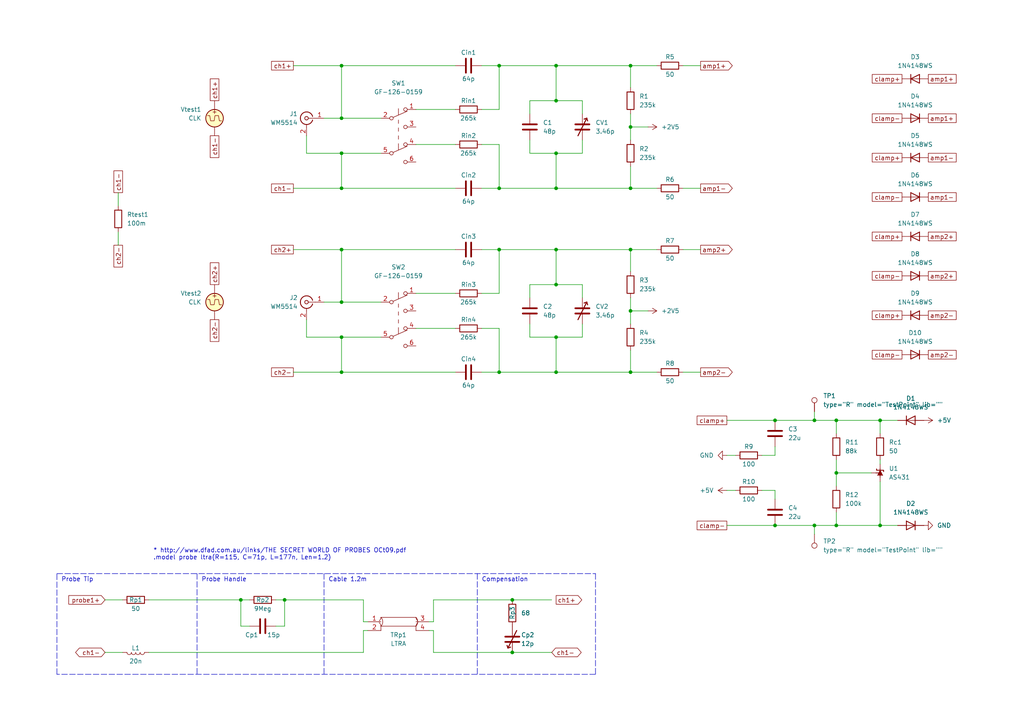
<source format=kicad_sch>
(kicad_sch (version 20211123) (generator eeschema)
  (paper "A4")
  (title_block (title "Analog Frontend") (date "2022-10-12"))
  (lib_symbols
    (symbol "Connector:Conn_Coaxial" (pin_names (offset 1.016) hide)
      (property "Reference" "J" (at 0.254 3.048 0))
      (property "Value" "Conn_Coaxial" (at 2.921 0 90))
      (symbol "Conn_Coaxial_1_1"
        (pin passive line (at -5.08 0 0) (length 2.54) (name "In") (number "1"))
        (pin passive line (at 0 -5.08 90) (length 2.54) (name "Ext") (number "2"))
      )
    )
    (symbol "Connector:TestPoint" (pin_numbers hide) (pin_names (offset 0.762) hide)
      (property "Reference" "TP" (at 0 6.858 0))
      (property "Value" "TestPoint" (at 0 5.08 0))
      (symbol "TestPoint_1_1"
        (pin passive line (at 0 0 90) (length 2.54) (name "1") (number "1"))
      )
    )
    (symbol "Device:C" (pin_numbers hide) (pin_names (offset 0.254))
      (property "Reference" "C" (at 0.635 2.54 0))
      (property "Value" "C" (at 0.635 -2.54 0))
      (symbol "C_1_1"
        (pin passive line (at 0 3.81 270) (length 2.794) (name "~") (number "1"))
        (pin passive line (at 0 -3.81 90) (length 2.794) (name "~") (number "2"))
      )
    )
    (symbol "Device:C_Variable" (pin_numbers hide) (pin_names (offset 0.254) hide)
      (property "Reference" "C" (at 0.635 -1.905 0))
      (property "Value" "C_Variable" (at 0.635 -3.81 0))
      (symbol "C_Variable_1_1"
        (pin passive line (at 0 3.81 270) (length 3.048) (name "~") (number "1"))
        (pin passive line (at 0 -3.81 90) (length 3.048) (name "~") (number "2"))
      )
    )
    (symbol "Device:GDT_3Pin" (pin_numbers hide)
      (property "Reference" "GD" (at 5.08 0 90))
      (property "Value" "GDT_3Pin" (at 7.62 0 90))
      (symbol "GDT_3Pin_1_1"
        (pin passive line (at 0 -5.08 90) (length 2.54) (name "~") (number "1"))
        (pin passive line (at -5.08 0 0) (length 2.54) (name "~") (number "2"))
        (pin passive line (at 0 5.08 270) (length 2.54) (name "~") (number "3"))
      )
    )
    (symbol "Device:L" (pin_numbers hide) (pin_names (offset 1.016) hide)
      (property "Reference" "L" (at -1.27 0 90))
      (property "Value" "L" (at 1.905 0 90))
      (symbol "L_1_1"
        (pin passive line (at 0 3.81 270) (length 1.27) (name "1") (number "1"))
        (pin passive line (at 0 -3.81 90) (length 1.27) (name "2") (number "2"))
      )
    )
    (symbol "Device:R" (pin_numbers hide) (pin_names (offset 0))
      (property "Reference" "R" (at 2.032 0 90))
      (property "Value" "R" (at 0 0 90))
      (symbol "R_1_1"
        (pin passive line (at 0 3.81 270) (length 1.27) (name "~") (number "1"))
        (pin passive line (at 0 -3.81 90) (length 1.27) (name "~") (number "2"))
      )
    )
    (symbol "Diode:1N4148WS" (pin_numbers hide) (pin_names (offset 1.016) hide)
      (property "Reference" "D" (at 0 2.54 0))
      (property "Value" "1N4148WS" (at 0 -2.54 0))
      (symbol "1N4148WS_1_1"
        (pin passive line (at -3.81 0 0) (length 2.54) (name "K") (number "1"))
        (pin passive line (at 3.81 0 180) (length 2.54) (name "A") (number "2"))
      )
    )
    (symbol "Library:AS431" (pin_numbers hide) (pin_names hide)
      (property "Reference" "U" (at 0 -2.54 0))
      (property "Value" "AS431" (at 0 -4.445 0))
      (symbol "AS431_1_1"
        (pin passive line (at 0 2.54 270) (length 2.54) (name "REF") (number "1"))
        (pin passive line (at -2.54 0 0) (length 2.54) (name "A") (number "2"))
        (pin passive line (at 2.54 0 180) (length 2.54) (name "K") (number "3"))
      )
    )
    (symbol "Library:LMH6521SQ"
      (property "Reference" "U" (at 7.62 48.26 0))
      (property "Value" "LMH6521SQ" (at 7.62 45.72 0))
      (symbol "LMH6521SQ_0_0"
        (text "0 - 31.5 dB" (at -3.175 -34.29 0) (effects (font (size 0.762 0.762))))
        (text "0 - 31.5 dB" (at -3.175 29.21 0) (effects (font (size 0.762 0.762))))
        (text "26 dB" (at 6.35 -31.75 0) (effects (font (size 0.762 0.762))))
        (text "26 dB" (at 6.35 31.75 0) (effects (font (size 0.762 0.762))))
        (text "Attenuator" (at -3.175 -29.21 0) (effects (font (size 0.762 0.762))))
        (text "Attenuator" (at -3.175 34.29 0) (effects (font (size 0.762 0.762))))
        (text "Control" (at 0 -1.27 0) (effects (font (size 1.27 1.27))))
        (text "Digital" (at 0 1.27 0) (effects (font (size 1.27 1.27))))
      )
      (symbol "LMH6521SQ_1_1"
        (pin input line (at -19.05 11.43 0) (length 3.81) (name "A3/SDI/DNA") (number "1"))
        (pin input line (at -19.05 -13.97 0) (length 3.81) (name "B1/S0B") (number "10"))
        (pin output line (at -19.05 -29.21 0) (length 3.81) (name "INB+") (number "11"))
        (pin output line (at -19.05 -34.29 0) (length 3.81) (name "INB-") (number "12"))
        (pin power_in line (at -10.16 -48.26 90) (length 3.81) (name "GND") (number "13"))
        (pin power_in line (at -10.16 46.99 270) (length 3.81) (name "+5V") (number "14"))
        (pin power_in line (at -7.62 -48.26 90) (length 3.81) (name "GND") (number "15"))
        (pin input line (at -19.05 -11.43 0) (length 3.81) (name "B0") (number "16"))
        (pin output line (at 19.05 -29.21 180) (length 3.81) (name "OUTB+") (number "17"))
        (pin output line (at 19.05 -34.29 180) (length 3.81) (name "OUTB-") (number "18"))
        (pin input line (at -19.05 -6.35 0) (length 3.81) (name "ENB") (number "19"))
        (pin input line (at -19.05 8.89 0) (length 3.81) (name "A4/CLK/UPA") (number "2"))
        (pin input line (at -19.05 -8.89 0) (length 3.81) (name "LATB") (number "20"))
        (pin input line (at -19.05 21.59 0) (length 3.81) (name "LATA") (number "21"))
        (pin input line (at -19.05 24.13 0) (length 3.81) (name "ENA") (number "22"))
        (pin output line (at 19.05 29.21 180) (length 3.81) (name "OUTA-") (number "23"))
        (pin output line (at 19.05 34.29 180) (length 3.81) (name "OUTA+") (number "24"))
        (pin input line (at -19.05 19.05 0) (length 3.81) (name "A0") (number "25"))
        (pin power_in line (at -5.08 -48.26 90) (length 3.81) (name "GND") (number "26"))
        (pin power_in line (at -7.62 46.99 270) (length 3.81) (name "+5V") (number "27"))
        (pin power_in line (at -2.54 -48.26 90) (length 3.81) (name "GND") (number "28"))
        (pin input line (at -19.05 29.21 0) (length 3.81) (name "INA-") (number "29"))
        (pin input line (at -19.05 6.35 0) (length 3.81) (name "A5") (number "3"))
        (pin input line (at -19.05 34.29 0) (length 3.81) (name "INA+") (number "30"))
        (pin bidirectional line (at -19.05 16.51 0) (length 3.81) (name "A1/SDO/S0A") (number "31"))
        (pin input line (at -19.05 13.97 0) (length 3.81) (name "A2/CS/S1A") (number "32"))
        (pin power_in line (at 0 -48.26 90) (length 3.81) (name "GND") (number "33"))
        (pin input line (at -19.05 1.27 0) (length 3.81) (name "~{MOD0}") (number "4"))
        (pin input line (at -19.05 -1.27 0) (length 3.81) (name "~{MOD1}") (number "5"))
        (pin input line (at -19.05 -24.13 0) (length 3.81) (name "B5") (number "6"))
        (pin input line (at -19.05 -21.59 0) (length 3.81) (name "B4/UPB") (number "7"))
        (pin input line (at -19.05 -19.05 0) (length 3.81) (name "B3/DNB") (number "8"))
        (pin input line (at -19.05 -16.51 0) (length 3.81) (name "B2/S1B") (number "9"))
      )
    )
    (symbol "Library:LTRA"
      (property "Reference" "T" (at 0 3.81 0))
      (property "Value" "LTRA" (at 0 -3.81 0))
      (symbol "LTRA_1_1"
        (pin passive line (at -8.89 0 0) (length 3.81) (name "") (number "1"))
        (pin passive line (at -8.89 -2.54 0) (length 3.81) (name "") (number "2"))
        (pin passive line (at 8.89 0 180) (length 3.81) (name "") (number "3"))
        (pin passive line (at 8.89 -2.54 180) (length 3.81) (name "") (number "4"))
      )
    )
    (symbol "Simulation_SPICE:VDC" (pin_numbers hide) (pin_names (offset 0.0254))
      (property "Reference" "V" (at 2.54 2.54 0))
      (property "Value" "VDC" (at 2.54 0 0))
      (property "Spice_Model" "dc(1)" (at 2.54 -2.54 0))
      (symbol "VDC_0_0"
        (text "+" (at 0 1.905 0) (effects (font (size 1.27 1.27))))
      )
      (symbol "VDC_1_1"
        (pin passive line (at 0 5.08 270) (length 2.54) (name "~") (number "1"))
        (pin passive line (at 0 -5.08 90) (length 2.54) (name "~") (number "2"))
      )
    )
    (symbol "Simulation_SPICE:VPULSE" (pin_numbers hide) (pin_names (offset 0.0254))
      (property "Reference" "V" (at 2.54 2.54 0))
      (property "Value" "VPULSE" (at 2.54 0 0))
      (property "Spice_Model" "pulse(0 1 2n 2n 2n 50n 100n)" (at 2.54 -2.54 0))
      (symbol "VPULSE_0_0"
        (text "+" (at 0 1.905 0) (effects (font (size 1.27 1.27))))
      )
      (symbol "VPULSE_1_1"
        (pin passive line (at 0 5.08 270) (length 2.54) (name "~") (number "1"))
        (pin passive line (at 0 -5.08 90) (length 2.54) (name "~") (number "2"))
      )
    )
    (symbol "Switch:SW_Push_DPDT" (pin_names (offset 0) hide)
      (property "Reference" "SW" (at 0 8.89 0))
      (property "Value" "SW_Push_DPDT" (at 0 -10.16 0))
      (symbol "SW_Push_DPDT_1_1"
        (pin passive line (at 5.08 7.62 180) (length 2.54) (name "A") (number "1"))
        (pin passive line (at -5.08 5.08 0) (length 2.54) (name "B") (number "2"))
        (pin passive line (at 5.08 2.54 180) (length 2.54) (name "C") (number "3"))
        (pin passive line (at 5.08 -2.54 180) (length 2.54) (name "A") (number "4"))
        (pin passive line (at -5.08 -5.08 0) (length 2.54) (name "B") (number "5"))
        (pin passive line (at 5.08 -7.62 180) (length 2.54) (name "C") (number "6"))
      )
    )
    (symbol "power:+2V5" (power) (pin_names (offset 0))
      (property "Value" "+2V5" (at 0 3.556 0))
      (symbol "+2V5_1_1"
        (pin power_in line (at 0 0 90) (length 0) hide (name "+2V5") (number "1"))
      )
    )
    (symbol "power:+5V" (power) (pin_names (offset 0))
      (property "Value" "+5V" (at 0 3.556 0))
      (symbol "+5V_1_1"
        (pin power_in line (at 0 0 90) (length 0) hide (name "+5V") (number "1"))
      )
    )
    (symbol "power:GND" (power) (pin_names (offset 0))
      (property "Value" "GND" (at 0 -3.81 0))
      (symbol "GND_1_1"
        (pin power_in line (at 0 0 270) (length 0) hide (name "GND") (number "1"))
      )
    )
  )
  (junction (at 99.06 107.95))
  (junction (at 429.26 217.17))
  (junction (at 364.49 130.81))
  (junction (at 391.16 179.07))
  (junction (at 182.88 72.39))
  (junction (at 236.22 152.4))
  (junction (at 148.59 173.99))
  (junction (at 255.27 152.4))
  (junction (at 182.88 19.05))
  (junction (at 144.78 54.61))
  (junction (at 161.29 107.95))
  (junction (at 182.88 107.95))
  (junction (at 344.17 217.17))
  (junction (at 99.06 72.39))
  (junction (at 434.34 48.26))
  (junction (at 144.78 72.39))
  (junction (at 69.85 173.99))
  (junction (at 161.29 44.45))
  (junction (at 405.13 48.26))
  (junction (at 367.03 130.81))
  (junction (at 161.29 29.21))
  (junction (at 144.78 19.05))
  (junction (at 182.88 90.17))
  (junction (at 144.78 107.95))
  (junction (at 99.06 34.29))
  (junction (at 429.26 179.07))
  (junction (at 405.13 119.38))
  (junction (at 255.27 121.92))
  (junction (at 405.13 104.14))
  (junction (at 99.06 87.63))
  (junction (at 361.95 130.81))
  (junction (at 161.29 19.05))
  (junction (at 161.29 54.61))
  (junction (at 99.06 44.45))
  (junction (at 161.29 97.79))
  (junction (at 161.29 82.55))
  (junction (at 182.88 54.61))
  (junction (at 99.06 54.61))
  (junction (at 405.13 40.64))
  (junction (at 360.68 30.48))
  (junction (at 82.55 173.99))
  (junction (at 242.57 121.92))
  (junction (at 99.06 19.05))
  (junction (at 161.29 72.39))
  (junction (at 391.16 217.17))
  (junction (at 405.13 111.76))
  (junction (at 344.17 179.07))
  (junction (at 182.88 36.83))
  (junction (at 148.59 189.23))
  (junction (at 242.57 137.16))
  (junction (at 99.06 97.79))
  (junction (at 224.79 152.4))
  (junction (at 242.57 152.4))
  (junction (at 236.22 121.92))
  (junction (at 405.13 55.88))
  (junction (at 224.79 121.92))
  (wire (pts (xy 69.85 173.99) (xy 69.85 181.61)))
  (wire (pts (xy 161.29 97.79) (xy 161.29 107.95)))
  (wire (pts (xy 139.7 41.91) (xy 144.78 41.91)))
  (wire (pts (xy 168.91 82.55) (xy 168.91 86.36)))
  (wire (pts (xy 161.29 44.45) (xy 161.29 54.61)))
  (wire (pts (xy 198.12 107.95) (xy 203.2 107.95)))
  (polyline (pts (xy 138.43 166.37) (xy 138.43 195.58)))
  (wire (pts (xy 43.18 173.99) (xy 69.85 173.99)))
  (wire (pts (xy 182.88 72.39) (xy 182.88 78.74)))
  (wire (pts (xy 85.09 19.05) (xy 99.06 19.05)))
  (wire (pts (xy 43.18 189.23) (xy 105.41 189.23)))
  (wire (pts (xy 182.88 107.95) (xy 190.5 107.95)))
  (wire (pts (xy 392.43 104.14) (xy 392.43 109.22)))
  (wire (pts (xy 88.9 39.37) (xy 88.9 44.45)))
  (wire (pts (xy 99.06 97.79) (xy 110.49 97.79)))
  (wire (pts (xy 99.06 44.45) (xy 110.49 44.45)))
  (wire (pts (xy 260.35 121.92) (xy 255.27 121.92)))
  (wire (pts (xy 198.12 19.05) (xy 203.2 19.05)))
  (wire (pts (xy 236.22 121.92) (xy 224.79 121.92)))
  (wire (pts (xy 153.67 82.55) (xy 153.67 86.36)))
  (wire (pts (xy 72.39 181.61) (xy 69.85 181.61)))
  (wire (pts (xy 224.79 121.92) (xy 210.82 121.92)))
  (wire (pts (xy 242.57 125.73) (xy 242.57 121.92)))
  (wire (pts (xy 405.13 55.88) (xy 417.83 55.88)))
  (wire (pts (xy 364.49 128.27) (xy 364.49 130.81)))
  (wire (pts (xy 34.29 67.31) (xy 34.29 71.12)))
  (wire (pts (xy 369.57 130.81) (xy 369.57 128.27)))
  (wire (pts (xy 255.27 152.4) (xy 260.35 152.4)))
  (wire (pts (xy 236.22 121.92) (xy 242.57 121.92)))
  (wire (pts (xy 139.7 19.05) (xy 144.78 19.05)))
  (wire (pts (xy 30.48 189.23) (xy 35.56 189.23)))
  (wire (pts (xy 144.78 72.39) (xy 144.78 85.09)))
  (wire (pts (xy 367.03 130.81) (xy 369.57 130.81)))
  (wire (pts (xy 434.34 41.91) (xy 434.34 48.26)))
  (wire (pts (xy 364.49 133.35) (xy 364.49 130.81)))
  (wire (pts (xy 224.79 129.54) (xy 224.79 132.08)))
  (wire (pts (xy 242.57 137.16) (xy 252.73 137.16)))
  (wire (pts (xy 210.82 142.24) (xy 213.36 142.24)))
  (wire (pts (xy 405.13 40.64) (xy 417.83 40.64)))
  (wire (pts (xy 168.91 97.79) (xy 168.91 93.98)))
  (wire (pts (xy 99.06 19.05) (xy 99.06 34.29)))
  (wire (pts (xy 120.65 95.25) (xy 132.08 95.25)))
  (wire (pts (xy 93.98 34.29) (xy 99.06 34.29)))
  (polyline (pts (xy 93.98 166.37) (xy 93.98 195.58)))
  (wire (pts (xy 82.55 173.99) (xy 105.41 173.99)))
  (wire (pts (xy 429.26 179.07) (xy 426.72 179.07)))
  (wire (pts (xy 198.12 72.39) (xy 203.2 72.39)))
  (wire (pts (xy 161.29 19.05) (xy 161.29 29.21)))
  (wire (pts (xy 187.96 90.17) (xy 182.88 90.17)))
  (wire (pts (xy 161.29 82.55) (xy 168.91 82.55)))
  (wire (pts (xy 220.98 132.08) (xy 224.79 132.08)))
  (wire (pts (xy 434.34 48.26) (xy 440.69 48.26)))
  (wire (pts (xy 220.98 142.24) (xy 224.79 142.24)))
  (wire (pts (xy 182.88 101.6) (xy 182.88 107.95)))
  (wire (pts (xy 144.78 19.05) (xy 144.78 31.75)))
  (wire (pts (xy 144.78 107.95) (xy 144.78 95.25)))
  (wire (pts (xy 153.67 29.21) (xy 161.29 29.21)))
  (wire (pts (xy 344.17 179.07) (xy 341.63 179.07)))
  (wire (pts (xy 392.43 40.64) (xy 405.13 40.64)))
  (wire (pts (xy 198.12 54.61) (xy 203.2 54.61)))
  (wire (pts (xy 88.9 44.45) (xy 99.06 44.45)))
  (wire (pts (xy 144.78 72.39) (xy 161.29 72.39)))
  (wire (pts (xy 139.7 72.39) (xy 144.78 72.39)))
  (wire (pts (xy 105.41 189.23) (xy 105.41 182.88)))
  (wire (pts (xy 182.88 36.83) (xy 182.88 40.64)))
  (wire (pts (xy 132.08 72.39) (xy 99.06 72.39)))
  (wire (pts (xy 168.91 29.21) (xy 168.91 33.02)))
  (wire (pts (xy 429.26 217.17) (xy 426.72 217.17)))
  (wire (pts (xy 236.22 152.4) (xy 242.57 152.4)))
  (wire (pts (xy 367.03 128.27) (xy 367.03 130.81)))
  (polyline (pts (xy 16.51 195.58) (xy 16.51 166.37)))
  (wire (pts (xy 359.41 30.48) (xy 360.68 30.48)))
  (wire (pts (xy 120.65 85.09) (xy 132.08 85.09)))
  (wire (pts (xy 144.78 19.05) (xy 161.29 19.05)))
  (wire (pts (xy 125.73 189.23) (xy 148.59 189.23)))
  (wire (pts (xy 85.09 72.39) (xy 99.06 72.39)))
  (wire (pts (xy 405.13 119.38) (xy 417.83 119.38)))
  (wire (pts (xy 85.09 107.95) (xy 99.06 107.95)))
  (wire (pts (xy 161.29 107.95) (xy 182.88 107.95)))
  (wire (pts (xy 153.67 44.45) (xy 161.29 44.45)))
  (wire (pts (xy 85.09 54.61) (xy 99.06 54.61)))
  (polyline (pts (xy 57.15 166.37) (xy 57.15 195.58)))
  (wire (pts (xy 344.17 217.17) (xy 341.63 217.17)))
  (wire (pts (xy 132.08 19.05) (xy 99.06 19.05)))
  (polyline (pts (xy 172.72 166.37) (xy 172.72 195.58)))
  (wire (pts (xy 105.41 182.88) (xy 106.68 182.88)))
  (wire (pts (xy 391.16 179.07) (xy 391.16 182.88)))
  (wire (pts (xy 161.29 29.21) (xy 168.91 29.21)))
  (wire (pts (xy 242.57 152.4) (xy 242.57 148.59)))
  (wire (pts (xy 161.29 44.45) (xy 168.91 44.45)))
  (polyline (pts (xy 16.51 166.37) (xy 172.72 166.37)))
  (wire (pts (xy 236.22 152.4) (xy 224.79 152.4)))
  (wire (pts (xy 361.95 130.81) (xy 364.49 130.81)))
  (wire (pts (xy 439.42 41.91) (xy 434.34 41.91)))
  (wire (pts (xy 344.17 179.07) (xy 344.17 182.88)))
  (wire (pts (xy 392.43 114.3) (xy 388.62 114.3)))
  (wire (pts (xy 242.57 133.35) (xy 242.57 137.16)))
  (wire (pts (xy 161.29 54.61) (xy 182.88 54.61)))
  (wire (pts (xy 99.06 87.63) (xy 110.49 87.63)))
  (wire (pts (xy 124.46 182.88) (xy 125.73 182.88)))
  (wire (pts (xy 148.59 189.23) (xy 160.02 189.23)))
  (wire (pts (xy 388.62 109.22) (xy 392.43 109.22)))
  (wire (pts (xy 392.43 50.8) (xy 388.62 50.8)))
  (wire (pts (xy 242.57 137.16) (xy 242.57 140.97)))
  (wire (pts (xy 392.43 119.38) (xy 392.43 114.3)))
  (wire (pts (xy 255.27 133.35) (xy 255.27 134.62)))
  (wire (pts (xy 224.79 144.78) (xy 224.79 142.24)))
  (wire (pts (xy 391.16 217.17) (xy 388.62 217.17)))
  (wire (pts (xy 359.41 128.27) (xy 359.41 130.81)))
  (wire (pts (xy 120.65 31.75) (xy 132.08 31.75)))
  (wire (pts (xy 148.59 173.99) (xy 160.02 173.99)))
  (wire (pts (xy 144.78 107.95) (xy 161.29 107.95)))
  (wire (pts (xy 429.26 213.36) (xy 429.26 217.17)))
  (wire (pts (xy 153.67 97.79) (xy 153.67 93.98)))
  (wire (pts (xy 161.29 72.39) (xy 161.29 82.55)))
  (wire (pts (xy 405.13 111.76) (xy 417.83 111.76)))
  (wire (pts (xy 210.82 132.08) (xy 213.36 132.08)))
  (wire (pts (xy 153.67 97.79) (xy 161.29 97.79)))
  (wire (pts (xy 364.49 130.81) (xy 367.03 130.81)))
  (wire (pts (xy 99.06 44.45) (xy 99.06 54.61)))
  (wire (pts (xy 224.79 152.4) (xy 210.82 152.4)))
  (wire (pts (xy 361.95 30.48) (xy 361.95 33.02)))
  (wire (pts (xy 105.41 180.34) (xy 105.41 173.99)))
  (wire (pts (xy 391.16 213.36) (xy 391.16 217.17)))
  (wire (pts (xy 125.73 173.99) (xy 148.59 173.99)))
  (wire (pts (xy 182.88 72.39) (xy 190.5 72.39)))
  (wire (pts (xy 391.16 175.26) (xy 391.16 179.07)))
  (wire (pts (xy 153.67 44.45) (xy 153.67 40.64)))
  (wire (pts (xy 255.27 139.7) (xy 255.27 152.4)))
  (wire (pts (xy 153.67 29.21) (xy 153.67 33.02)))
  (wire (pts (xy 392.43 119.38) (xy 405.13 119.38)))
  (wire (pts (xy 392.43 40.64) (xy 392.43 45.72)))
  (wire (pts (xy 139.7 31.75) (xy 144.78 31.75)))
  (wire (pts (xy 153.67 82.55) (xy 161.29 82.55)))
  (wire (pts (xy 139.7 85.09) (xy 144.78 85.09)))
  (wire (pts (xy 359.41 130.81) (xy 361.95 130.81)))
  (wire (pts (xy 182.88 33.02) (xy 182.88 36.83)))
  (wire (pts (xy 69.85 173.99) (xy 72.39 173.99)))
  (wire (pts (xy 80.01 181.61) (xy 82.55 181.61)))
  (wire (pts (xy 360.68 30.48) (xy 361.95 30.48)))
  (wire (pts (xy 429.26 175.26) (xy 429.26 179.07)))
  (wire (pts (xy 391.16 217.17) (xy 391.16 220.98)))
  (wire (pts (xy 182.88 19.05) (xy 182.88 25.4)))
  (wire (pts (xy 161.29 97.79) (xy 168.91 97.79)))
  (wire (pts (xy 80.01 173.99) (xy 82.55 173.99)))
  (wire (pts (xy 125.73 180.34) (xy 124.46 180.34)))
  (wire (pts (xy 34.29 55.88) (xy 34.29 59.69)))
  (wire (pts (xy 99.06 97.79) (xy 99.06 107.95)))
  (wire (pts (xy 139.7 95.25) (xy 144.78 95.25)))
  (wire (pts (xy 168.91 44.45) (xy 168.91 40.64)))
  (wire (pts (xy 187.96 36.83) (xy 182.88 36.83)))
  (wire (pts (xy 182.88 86.36) (xy 182.88 90.17)))
  (wire (pts (xy 242.57 121.92) (xy 255.27 121.92)))
  (wire (pts (xy 429.26 217.17) (xy 429.26 220.98)))
  (wire (pts (xy 361.95 128.27) (xy 361.95 130.81)))
  (wire (pts (xy 388.62 45.72) (xy 392.43 45.72)))
  (wire (pts (xy 182.88 48.26) (xy 182.88 54.61)))
  (wire (pts (xy 360.68 27.94) (xy 360.68 30.48)))
  (wire (pts (xy 99.06 34.29) (xy 110.49 34.29)))
  (wire (pts (xy 392.43 104.14) (xy 405.13 104.14)))
  (wire (pts (xy 139.7 54.61) (xy 144.78 54.61)))
  (wire (pts (xy 88.9 97.79) (xy 99.06 97.79)))
  (wire (pts (xy 132.08 54.61) (xy 99.06 54.61)))
  (wire (pts (xy 125.73 173.99) (xy 125.73 180.34)))
  (wire (pts (xy 120.65 41.91) (xy 132.08 41.91)))
  (wire (pts (xy 391.16 179.07) (xy 388.62 179.07)))
  (wire (pts (xy 392.43 55.88) (xy 405.13 55.88)))
  (wire (pts (xy 88.9 92.71) (xy 88.9 97.79)))
  (wire (pts (xy 139.7 107.95) (xy 144.78 107.95)))
  (polyline (pts (xy 172.72 195.58) (xy 16.51 195.58)))
  (wire (pts (xy 236.22 119.38) (xy 236.22 121.92)))
  (wire (pts (xy 30.48 173.99) (xy 35.56 173.99)))
  (wire (pts (xy 93.98 87.63) (xy 99.06 87.63)))
  (wire (pts (xy 161.29 72.39) (xy 182.88 72.39)))
  (wire (pts (xy 344.17 213.36) (xy 344.17 217.17)))
  (wire (pts (xy 255.27 121.92) (xy 255.27 125.73)))
  (wire (pts (xy 182.88 90.17) (xy 182.88 93.98)))
  (wire (pts (xy 405.13 48.26) (xy 434.34 48.26)))
  (wire (pts (xy 392.43 55.88) (xy 392.43 50.8)))
  (wire (pts (xy 359.41 30.48) (xy 359.41 33.02)))
  (wire (pts (xy 429.26 179.07) (xy 429.26 182.88)))
  (wire (pts (xy 106.68 180.34) (xy 105.41 180.34)))
  (wire (pts (xy 405.13 104.14) (xy 417.83 104.14)))
  (wire (pts (xy 242.57 152.4) (xy 255.27 152.4)))
  (wire (pts (xy 144.78 54.61) (xy 161.29 54.61)))
  (wire (pts (xy 144.78 54.61) (xy 144.78 41.91)))
  (wire (pts (xy 99.06 72.39) (xy 99.06 87.63)))
  (wire (pts (xy 344.17 175.26) (xy 344.17 179.07)))
  (wire (pts (xy 125.73 182.88) (xy 125.73 189.23)))
  (wire (pts (xy 82.55 181.61) (xy 82.55 173.99)))
  (wire (pts (xy 344.17 217.17) (xy 344.17 220.98)))
  (wire (pts (xy 182.88 54.61) (xy 190.5 54.61)))
  (wire (pts (xy 182.88 19.05) (xy 190.5 19.05)))
  (wire (pts (xy 132.08 107.95) (xy 99.06 107.95)))
  (wire (pts (xy 161.29 19.05) (xy 182.88 19.05)))
  (wire (pts (xy 236.22 154.94) (xy 236.22 152.4)))
  (text "Cable 1.2m" (at 95.25 168.91 0) (effects (font (size 1.27 1.27)) (justify left bottom)))
  (text ".subckt VDIFF in+ out in-\nEdiff out 0 in+ in- 1\n.ends" (at 346.71 180.34 0) (effects (font (size 1.27 1.27)) (justify left bottom)))
  (text "* http://www.dfad.com.au/links/THE SECRET WORLD OF PROBES OCt09.pdf\n.model probe ltra(R=115, C=71p, L=177n, Len=1.2)" (at 44.45 162.56 0) (effects (font (size 1.27 1.27)) (justify left bottom)))
  (text "Compensation" (at 139.7 168.91 0) (effects (font (size 1.27 1.27)) (justify left bottom)))
  (text "Probe Tip" (at 17.78 168.91 0) (effects (font (size 1.27 1.27)) (justify left bottom)))
  (text "centered at 900mV\n\n+750 mV\n-750 mV\n1500 mVpp" (at 415.29 22.86 0) (effects (font (size 1.27 1.27)) (justify left bottom)))
  (text "centered at 2500mV\n\n+1413mV   largest\n-1413mV\n 2826mVpp\n\n+38mV     smallest\n-38mV\n 75mVpp" (at 369.57 25.4 0) (effects (font (size 1.27 1.27)) (justify left bottom)))
  (text "Probe Handle" (at 58.42 168.91 0) (effects (font (size 1.27 1.27)) (justify left bottom)))
  (global_label "amp1-" (shape passive) (at 269.24 57.15 0) (property "Intersheet References" "${INTERSHEET_REFS}" (effects hide)))
  (global_label "amp1+" (shape passive) (at 269.24 22.86 0) (property "Intersheet References" "${INTERSHEET_REFS}" (effects hide)))
  (global_label "amp1-" (shape output) (at 203.2 54.61 0) (property "Intersheet References" "${INTERSHEET_REFS}" (effects hide)))
  (global_label "amp1-" (shape passive) (at 269.24 45.72 0) (property "Intersheet References" "${INTERSHEET_REFS}" (effects hide)))
  (global_label "amp2-" (shape input) (at 350.52 114.3 180) (property "Intersheet References" "${INTERSHEET_REFS}" (effects hide)))
  (global_label "adc2+" (shape output) (at 417.83 104.14 0) (property "Intersheet References" "${INTERSHEET_REFS}" (effects hide)))
  (global_label "clamp-" (shape passive) (at 261.62 34.29 180) (property "Intersheet References" "${INTERSHEET_REFS}" (effects hide)))
  (global_label "ch2+" (shape input) (at 339.09 208.28 180) (property "Intersheet References" "${INTERSHEET_REFS}" (effects hide)))
  (global_label "ch1-" (shape bidirectional) (at 30.48 189.23 180) (property "Intersheet References" "${INTERSHEET_REFS}" (effects hide)))
  (global_label "clamp-" (shape passive) (at 261.62 80.01 180) (property "Intersheet References" "${INTERSHEET_REFS}" (effects hide)))
  (global_label "clamp-" (shape passive) (at 210.82 152.4 180) (property "Intersheet References" "${INTERSHEET_REFS}" (effects hide)))
  (global_label "amp1-" (shape input) (at 396.24 170.18 0) (property "Intersheet References" "${INTERSHEET_REFS}" (effects hide)))
  (global_label "amp1-" (shape input) (at 350.52 50.8 180) (property "Intersheet References" "${INTERSHEET_REFS}" (effects hide)))
  (global_label "adc2-" (shape output) (at 417.83 119.38 0) (property "Intersheet References" "${INTERSHEET_REFS}" (effects hide)))
  (global_label "cm_adc" (shape passive) (at 417.83 111.76 0) (property "Intersheet References" "${INTERSHEET_REFS}" (effects hide)))
  (global_label "amp2-" (shape passive) (at 269.24 91.44 0) (property "Intersheet References" "${INTERSHEET_REFS}" (effects hide)))
  (global_label "ch1-" (shape input) (at 349.25 170.18 0) (property "Intersheet References" "${INTERSHEET_REFS}" (effects hide)))
  (global_label "ch2-" (shape passive) (at 85.09 107.95 180) (property "Intersheet References" "${INTERSHEET_REFS}" (effects hide)))
  (global_label "adc1-" (shape input) (at 434.34 170.18 0) (property "Intersheet References" "${INTERSHEET_REFS}" (effects hide)))
  (global_label "ch2+" (shape passive) (at 62.23 82.55 90) (property "Intersheet References" "${INTERSHEET_REFS}" (effects hide)))
  (global_label "diff_adc2" (shape passive) (at 426.72 217.17 180) (property "Intersheet References" "${INTERSHEET_REFS}" (effects hide)))
  (global_label "diff_amp1" (shape passive) (at 388.62 179.07 180) (property "Intersheet References" "${INTERSHEET_REFS}" (effects hide)))
  (global_label "cm_adc" (shape passive) (at 440.69 48.26 0) (property "Intersheet References" "${INTERSHEET_REFS}" (effects hide)))
  (global_label "amp1+" (shape input) (at 350.52 45.72 180) (property "Intersheet References" "${INTERSHEET_REFS}" (effects hide)))
  (global_label "amp2-" (shape input) (at 396.24 208.28 0) (property "Intersheet References" "${INTERSHEET_REFS}" (effects hide)))
  (global_label "ch1-" (shape passive) (at 34.29 55.88 90) (property "Intersheet References" "${INTERSHEET_REFS}" (effects hide)))
  (global_label "clamp+" (shape passive) (at 261.62 68.58 180) (property "Intersheet References" "${INTERSHEET_REFS}" (effects hide)))
  (global_label "adc2+" (shape input) (at 424.18 208.28 180) (property "Intersheet References" "${INTERSHEET_REFS}" (effects hide)))
  (global_label "ch1+" (shape passive) (at 85.09 19.05 180) (property "Intersheet References" "${INTERSHEET_REFS}" (effects hide)))
  (global_label "adc2-" (shape input) (at 434.34 208.28 0) (property "Intersheet References" "${INTERSHEET_REFS}" (effects hide)))
  (global_label "ch1+" (shape output) (at 161.29 173.99 0) (property "Intersheet References" "${INTERSHEET_REFS}" (effects hide)))
  (global_label "ch2-" (shape input) (at 349.25 208.28 0) (property "Intersheet References" "${INTERSHEET_REFS}" (effects hide)))
  (global_label "ch1+" (shape passive) (at 62.23 29.21 90) (property "Intersheet References" "${INTERSHEET_REFS}" (effects hide)))
  (global_label "clamp-" (shape passive) (at 261.62 102.87 180) (property "Intersheet References" "${INTERSHEET_REFS}" (effects hide)))
  (global_label "diff_ch1" (shape passive) (at 341.63 179.07 180) (property "Intersheet References" "${INTERSHEET_REFS}" (effects hide)))
  (global_label "amp1+" (shape output) (at 203.2 19.05 0) (property "Intersheet References" "${INTERSHEET_REFS}" (effects hide)))
  (global_label "clamp+" (shape passive) (at 261.62 22.86 180) (property "Intersheet References" "${INTERSHEET_REFS}" (effects hide)))
  (global_label "ch1-" (shape passive) (at 85.09 54.61 180) (property "Intersheet References" "${INTERSHEET_REFS}" (effects hide)))
  (global_label "clamp+" (shape passive) (at 261.62 91.44 180) (property "Intersheet References" "${INTERSHEET_REFS}" (effects hide)))
  (global_label "probe1+" (shape input) (at 30.48 173.99 180) (property "Intersheet References" "${INTERSHEET_REFS}" (effects hide)))
  (global_label "adc1+" (shape input) (at 424.18 170.18 180) (property "Intersheet References" "${INTERSHEET_REFS}" (effects hide)))
  (global_label "amp1+" (shape input) (at 386.08 170.18 180) (property "Intersheet References" "${INTERSHEET_REFS}" (effects hide)))
  (global_label "diff_amp2" (shape passive) (at 388.62 217.17 180) (property "Intersheet References" "${INTERSHEET_REFS}" (effects hide)))
  (global_label "amp2-" (shape output) (at 203.2 107.95 0) (property "Intersheet References" "${INTERSHEET_REFS}" (effects hide)))
  (global_label "adc1-" (shape output) (at 417.83 55.88 0) (property "Intersheet References" "${INTERSHEET_REFS}" (effects hide)))
  (global_label "ch2-" (shape passive) (at 34.29 71.12 270) (property "Intersheet References" "${INTERSHEET_REFS}" (effects hide)))
  (global_label "clamp+" (shape passive) (at 210.82 121.92 180) (property "Intersheet References" "${INTERSHEET_REFS}" (effects hide)))
  (global_label "clamp+" (shape passive) (at 261.62 45.72 180) (property "Intersheet References" "${INTERSHEET_REFS}" (effects hide)))
  (global_label "diff_adc1" (shape passive) (at 426.72 179.07 180) (property "Intersheet References" "${INTERSHEET_REFS}" (effects hide)))
  (global_label "adc1+" (shape output) (at 417.83 40.64 0) (property "Intersheet References" "${INTERSHEET_REFS}" (effects hide)))
  (global_label "ch2-" (shape passive) (at 62.23 92.71 270) (property "Intersheet References" "${INTERSHEET_REFS}" (effects hide)))
  (global_label "clamp-" (shape passive) (at 261.62 57.15 180) (property "Intersheet References" "${INTERSHEET_REFS}" (effects hide)))
  (global_label "ch1+" (shape input) (at 339.09 170.18 180) (property "Intersheet References" "${INTERSHEET_REFS}" (effects hide)))
  (global_label "amp2+" (shape input) (at 386.08 208.28 180) (property "Intersheet References" "${INTERSHEET_REFS}" (effects hide)))
  (global_label "ch1-" (shape passive) (at 62.23 39.37 270) (property "Intersheet References" "${INTERSHEET_REFS}" (effects hide)))
  (global_label "ch2+" (shape passive) (at 85.09 72.39 180) (property "Intersheet References" "${INTERSHEET_REFS}" (effects hide)))
  (global_label "amp2-" (shape passive) (at 269.24 102.87 0) (property "Intersheet References" "${INTERSHEET_REFS}" (effects hide)))
  (global_label "amp2+" (shape input) (at 350.52 109.22 180) (property "Intersheet References" "${INTERSHEET_REFS}" (effects hide)))
  (global_label "amp2+" (shape passive) (at 269.24 80.01 0) (property "Intersheet References" "${INTERSHEET_REFS}" (effects hide)))
  (global_label "diff_ch2" (shape passive) (at 341.63 217.17 180) (property "Intersheet References" "${INTERSHEET_REFS}" (effects hide)))
  (global_label "amp2+" (shape passive) (at 269.24 68.58 0) (property "Intersheet References" "${INTERSHEET_REFS}" (effects hide)))
  (global_label "amp2+" (shape output) (at 203.2 72.39 0) (property "Intersheet References" "${INTERSHEET_REFS}" (effects hide)))
  (global_label "ch1-" (shape bidirectional) (at 160.02 189.23 0) (property "Intersheet References" "${INTERSHEET_REFS}" (effects hide)))
  (global_label "amp1+" (shape passive) (at 269.24 34.29 0) (property "Intersheet References" "${INTERSHEET_REFS}" (effects hide)))
  (symbol (lib_id "Device:R") (at 135.89 41.91 90) (unit 1)
    (property "Reference" "Rin2" (at 135.89 39.37 90))
    (property "Value" "265k" (at 135.89 44.45 90))
  )
  (symbol (lib_id "Connector:Conn_Coaxial") (at 88.9 87.63 0) (mirror y) (unit 1)
    (property "Reference" "J2" (at 86.36 86.36 0) (effects (justify left)))
    (property "Value" "WM5514" (at 86.36 88.9 0) (effects (justify left)))
    (property "Datasheet" "https://www.molex.com/pdm_docs/sd/731375003_sd.pdf" (effects hide))
    (property "Spice_Primitive" "R" (effects hide))
    (property "Spice_Model" "1t" (effects hide))
    (property "Spice_Netlist_Enabled" "Y" (effects hide))
  )
  (symbol (lib_id "Device:R") (at 242.57 144.78 0) (unit 1)
    (property "Reference" "R12" (at 245.11 143.5099 0) (effects (justify left)))
    (property "Value" "100k" (at 245.11 146.0499 0) (effects (justify left)))
  )
  (symbol (lib_id "Device:R") (at 242.57 129.54 0) (unit 1)
    (property "Reference" "R11" (at 245.11 128.2699 0) (effects (justify left)))
    (property "Value" "88k" (at 245.11 130.8099 0) (effects (justify left)))
  )
  (symbol (lib_id "Device:C") (at 224.79 148.59 0) (unit 1)
    (property "Reference" "C4" (at 228.6 147.3199 0) (effects (justify left)))
    (property "Value" "22u" (at 228.6 149.8599 0) (effects (justify left)))
  )
  (symbol (lib_id "Device:R") (at 135.89 85.09 90) (unit 1)
    (property "Reference" "Rin3" (at 135.89 82.55 90))
    (property "Value" "265k" (at 135.89 87.63 90))
  )
  (symbol (lib_id "Device:C_Variable") (at 168.91 90.17 0) (unit 1)
    (property "Reference" "CV2" (at 172.72 88.8999 0) (effects (justify left)))
    (property "Value" "3.46p" (at 172.72 91.4399 0) (effects (justify left)))
  )
  (symbol (lib_id "Device:R") (at 135.89 31.75 90) (unit 1)
    (property "Reference" "Rin1" (at 135.89 29.21 90))
    (property "Value" "265k" (at 135.89 34.29 90))
  )
  (symbol (lib_id "power:+5V") (at 360.68 27.94 0) (unit 1)
    (property "Reference" "#PWR09" (effects hide))
    (property "Value" "+5V" (at 360.68 22.86 0))
  )
  (symbol (lib_id "Diode:1N4148WS") (at 265.43 22.86 0) (unit 1)
    (property "Reference" "D3" (at 265.43 16.51 0))
    (property "Value" "1N4148WS" (at 265.43 19.05 0))
    (property "Footprint" "Diode_SMD:D_SOD-323" (effects hide))
    (property "Datasheet" "https://www.vishay.com/docs/85751/1n4148ws.pdf" (effects hide))
    (property "Spice_Primitive" "D" (effects hide))
    (property "Spice_Model" "1N4148WS" (effects hide))
    (property "Spice_Netlist_Enabled" "Y" (effects hide))
    (property "Spice_Lib_File" "sim/1n4148ws.spice" (effects hide))
    (property "Spice_Node_Sequence" "2 1" (effects hide))
  )
  (symbol (lib_id "power:GND") (at 344.17 228.6 0) (unit 1)
    (property "Reference" "#PWR08" (effects hide))
    (property "Value" "GND" (at 344.17 233.68 0))
  )
  (symbol (lib_id "Diode:1N4148WS") (at 265.43 80.01 0) (mirror y) (unit 1)
    (property "Reference" "D8" (at 265.43 73.66 0))
    (property "Value" "1N4148WS" (at 265.43 76.2 0))
    (property "Footprint" "Diode_SMD:D_SOD-323" (effects hide))
    (property "Datasheet" "https://www.vishay.com/docs/85751/1n4148ws.pdf" (effects hide))
    (property "Spice_Primitive" "D" (effects hide))
    (property "Spice_Model" "1N4148WS" (effects hide))
    (property "Spice_Netlist_Enabled" "Y" (effects hide))
    (property "Spice_Lib_File" "sim/1n4148ws.spice" (effects hide))
    (property "Spice_Node_Sequence" "2 1" (effects hide))
  )
  (symbol (lib_id "Device:R") (at 194.31 19.05 90) (unit 1)
    (property "Reference" "R5" (at 194.31 16.51 90))
    (property "Value" "50" (at 194.31 21.59 90))
  )
  (symbol (lib_id "Device:C_Variable") (at 148.59 185.42 180) (unit 1)
    (property "Reference" "Cp2" (at 151.13 184.15 0) (effects (justify right)))
    (property "Value" "12p" (at 151.13 186.69 0) (effects (justify right)))
  )
  (symbol (lib_id "Device:C") (at 135.89 19.05 90) (unit 1)
    (property "Reference" "Cin1" (at 135.89 15.24 90))
    (property "Value" "64p" (at 135.89 22.86 90))
  )
  (symbol (lib_id "Device:C") (at 135.89 54.61 90) (unit 1)
    (property "Reference" "Cin2" (at 135.89 50.8 90))
    (property "Value" "64p" (at 135.89 58.42 90))
  )
  (symbol (lib_id "power:+2V5") (at 187.96 36.83 270) (unit 1)
    (property "Reference" "#PWR01" (effects hide))
    (property "Value" "+2V5" (at 191.77 36.8299 90) (effects (justify left)))
  )
  (symbol (lib_id "power:GND") (at 391.16 190.5 0) (unit 1)
    (property "Reference" "#PWR011" (effects hide))
    (property "Value" "GND" (at 391.16 195.58 0))
  )
  (symbol (lib_id "Diode:1N4148WS") (at 264.16 152.4 0) (mirror y) (unit 1)
    (property "Reference" "D2" (at 264.16 146.05 0))
    (property "Value" "1N4148WS" (at 264.16 148.59 0))
    (property "Footprint" "Diode_SMD:D_SOD-323" (effects hide))
    (property "Datasheet" "https://www.vishay.com/docs/85751/1n4148ws.pdf" (effects hide))
    (property "Spice_Primitive" "D" (effects hide))
    (property "Spice_Model" "1N4148WS" (effects hide))
    (property "Spice_Netlist_Enabled" "Y" (effects hide))
    (property "Spice_Lib_File" "sim/1n4148ws.spice" (effects hide))
    (property "Spice_Node_Sequence" "2 1" (effects hide))
  )
  (symbol (lib_id "power:GND") (at 449.58 41.91 90) (unit 1)
    (property "Reference" "#PWR015" (effects hide))
    (property "Value" "GND" (at 453.39 41.9099 90) (effects (justify right)))
  )
  (symbol (lib_id "Device:GDT_3Pin") (at 344.17 170.18 270) (mirror x) (unit 1)
    (property "Reference" "Vdiff1" (at 344.17 162.56 90))
    (property "Value" "VDIFF" (at 344.17 165.1 90))
    (property "Spice_Primitive" "X" (effects hide))
    (property "Spice_Model" "VDIFF" (effects hide))
    (property "Spice_Netlist_Enabled" "Y" (effects hide))
  )
  (symbol (lib_id "Switch:SW_Push_DPDT") (at 115.57 92.71 0) (unit 1)
    (property "Reference" "SW2" (at 115.57 77.47 0))
    (property "Value" "GF-126-0159" (at 115.57 80.01 0))
    (property "Spice_Primitive" "X" (effects hide))
    (property "Spice_Model" "DPDT_SWITCH side=0" (at 115.57 82.55 0))
    (property "Spice_Netlist_Enabled" "Y" (effects hide))
    (property "Spice_Lib_File" "sim/sinpi.spice" (effects hide))
  )
  (symbol (lib_id "Diode:1N4148WS") (at 265.43 102.87 0) (mirror y) (unit 1)
    (property "Reference" "D10" (at 265.43 96.52 0))
    (property "Value" "1N4148WS" (at 265.43 99.06 0))
    (property "Footprint" "Diode_SMD:D_SOD-323" (effects hide))
    (property "Datasheet" "https://www.vishay.com/docs/85751/1n4148ws.pdf" (effects hide))
    (property "Spice_Primitive" "D" (effects hide))
    (property "Spice_Model" "1N4148WS" (effects hide))
    (property "Spice_Netlist_Enabled" "Y" (effects hide))
    (property "Spice_Lib_File" "sim/1n4148ws.spice" (effects hide))
    (property "Spice_Node_Sequence" "2 1" (effects hide))
  )
  (symbol (lib_id "power:GND") (at 391.16 228.6 0) (unit 1)
    (property "Reference" "#PWR012" (effects hide))
    (property "Value" "GND" (at 391.16 233.68 0))
  )
  (symbol (lib_id "Device:R") (at 194.31 72.39 90) (unit 1)
    (property "Reference" "R7" (at 194.31 69.85 90))
    (property "Value" "50" (at 194.31 74.93 90))
  )
  (symbol (lib_id "Device:R") (at 135.89 95.25 90) (unit 1)
    (property "Reference" "Rin4" (at 135.89 92.71 90))
    (property "Value" "265k" (at 135.89 97.79 90))
  )
  (symbol (lib_id "Diode:1N4148WS") (at 265.43 91.44 0) (unit 1)
    (property "Reference" "D9" (at 265.43 85.09 0))
    (property "Value" "1N4148WS" (at 265.43 87.63 0))
    (property "Footprint" "Diode_SMD:D_SOD-323" (effects hide))
    (property "Datasheet" "https://www.vishay.com/docs/85751/1n4148ws.pdf" (effects hide))
    (property "Spice_Primitive" "D" (effects hide))
    (property "Spice_Model" "1N4148WS" (effects hide))
    (property "Spice_Netlist_Enabled" "Y" (effects hide))
    (property "Spice_Lib_File" "sim/1n4148ws.spice" (effects hide))
    (property "Spice_Node_Sequence" "2 1" (effects hide))
  )
  (symbol (lib_id "Device:GDT_3Pin") (at 429.26 208.28 270) (mirror x) (unit 1)
    (property "Reference" "Vdiff6" (at 429.26 200.66 90))
    (property "Value" "VDIFF" (at 429.26 203.2 90))
    (property "Spice_Primitive" "X" (effects hide))
    (property "Spice_Model" "VDIFF" (effects hide))
    (property "Spice_Netlist_Enabled" "Y" (effects hide))
  )
  (symbol (lib_id "Device:GDT_3Pin") (at 429.26 170.18 270) (mirror x) (unit 1)
    (property "Reference" "Vdiff5" (at 429.26 162.56 90))
    (property "Value" "VDIFF" (at 429.26 165.1 90))
    (property "Spice_Primitive" "X" (effects hide))
    (property "Spice_Model" "VDIFF" (effects hide))
    (property "Spice_Netlist_Enabled" "Y" (effects hide))
  )
  (symbol (lib_id "Device:R") (at 405.13 52.07 0) (unit 1)
    (property "Reference" "R14" (at 407.67 50.7999 0) (effects (justify left)))
    (property "Value" "1Meg" (at 407.67 53.3399 0) (effects (justify left)))
  )
  (symbol (lib_id "Device:R") (at 255.27 129.54 180) (unit 1)
    (property "Reference" "Rc1" (at 257.81 128.2699 0) (effects (justify right)))
    (property "Value" "50" (at 257.81 130.8099 0) (effects (justify right)))
  )
  (symbol (lib_id "Diode:1N4148WS") (at 265.43 45.72 0) (unit 1)
    (property "Reference" "D5" (at 265.43 39.37 0))
    (property "Value" "1N4148WS" (at 265.43 41.91 0))
    (property "Footprint" "Diode_SMD:D_SOD-323" (effects hide))
    (property "Datasheet" "https://www.vishay.com/docs/85751/1n4148ws.pdf" (effects hide))
    (property "Spice_Primitive" "D" (effects hide))
    (property "Spice_Model" "1N4148WS" (effects hide))
    (property "Spice_Netlist_Enabled" "Y" (effects hide))
    (property "Spice_Lib_File" "sim/1n4148ws.spice" (effects hide))
    (property "Spice_Node_Sequence" "2 1" (effects hide))
  )
  (symbol (lib_id "Device:R") (at 182.88 44.45 0) (unit 1)
    (property "Reference" "R2" (at 185.42 43.1799 0) (effects (justify left)))
    (property "Value" "235k" (at 185.42 45.7199 0) (effects (justify left)))
  )
  (symbol (lib_id "Device:GDT_3Pin") (at 391.16 208.28 270) (mirror x) (unit 1)
    (property "Reference" "Vdiff4" (at 391.16 200.66 90))
    (property "Value" "VDIFF" (at 391.16 203.2 90))
    (property "Spice_Primitive" "X" (effects hide))
    (property "Spice_Model" "VDIFF" (effects hide))
    (property "Spice_Netlist_Enabled" "Y" (effects hide))
  )
  (symbol (lib_id "Device:R") (at 76.2 173.99 270) (unit 1)
    (property "Reference" "Rp2" (at 76.2 173.99 90))
    (property "Value" "9Meg" (at 76.2 176.53 90))
  )
  (symbol (lib_id "power:GND") (at 267.97 152.4 90) (mirror x) (unit 1)
    (property "Reference" "#PWR06" (effects hide))
    (property "Value" "GND" (at 271.78 152.3999 90) (effects (justify right)))
  )
  (symbol (lib_id "Device:R") (at 405.13 107.95 0) (unit 1)
    (property "Reference" "R15" (at 407.67 106.6799 0) (effects (justify left)))
    (property "Value" "1Meg" (at 407.67 109.2199 0) (effects (justify left)))
  )
  (symbol (lib_id "Library:LMH6521SQ") (at 369.57 80.01 0) (unit 1)
    (property "Reference" "U2" (at 364.49 29.21 0) (effects (justify left)))
    (property "Value" "LMH6521SQ" (at 364.49 31.75 0) (effects (justify left)))
    (property "Footprint" "Package_DFN_QFN:WQFN-32-1EP_5x5mm_P0.5mm_EP3.1x3.1mm" (effects hide))
    (property "Datasheet" "https://www.ti.com/lit/ds/symlink/lmh6521.pdf" (effects hide))
    (property "Spice_Primitive" "X" (effects hide))
    (property "Spice_Model" "LMH6521 ata=26 atb=26" (at 364.49 34.29 0) (effects (justify left)))
    (property "Spice_Netlist_Enabled" "Y" (effects hide))
    (property "Spice_Lib_File" "sim/sinpi.spice" (effects hide))
  )
  (symbol (lib_id "power:GND") (at 210.82 132.08 270) (mirror x) (unit 1)
    (property "Reference" "#PWR03" (effects hide))
    (property "Value" "GND" (at 207.01 132.0801 90) (effects (justify right)))
  )
  (symbol (lib_id "Device:R") (at 217.17 142.24 90) (unit 1)
    (property "Reference" "R10" (at 217.17 139.7 90))
    (property "Value" "100" (at 217.17 144.78 90))
  )
  (symbol (lib_id "Device:C") (at 153.67 36.83 0) (unit 1)
    (property "Reference" "C1" (at 157.48 35.5599 0) (effects (justify left)))
    (property "Value" "48p" (at 157.48 38.0999 0) (effects (justify left)))
  )
  (symbol (lib_id "power:+5V") (at 267.97 121.92 270) (unit 1)
    (property "Reference" "#PWR05" (effects hide))
    (property "Value" "+5V" (at 271.78 121.9199 90) (effects (justify left)))
  )
  (symbol (lib_id "Connector:Conn_Coaxial") (at 88.9 34.29 0) (mirror y) (unit 1)
    (property "Reference" "J1" (at 86.36 33.02 0) (effects (justify left)))
    (property "Value" "WM5514" (at 86.36 35.56 0) (effects (justify left)))
    (property "Datasheet" "https://www.molex.com/pdm_docs/sd/731375003_sd.pdf" (effects hide))
    (property "Spice_Primitive" "R" (effects hide))
    (property "Spice_Model" "1t" (effects hide))
    (property "Spice_Netlist_Enabled" "Y" (effects hide))
  )
  (symbol (lib_id "Diode:1N4148WS") (at 264.16 121.92 0) (unit 1)
    (property "Reference" "D1" (at 264.16 115.57 0))
    (property "Value" "1N4148WS" (at 264.16 118.11 0))
    (property "Footprint" "Diode_SMD:D_SOD-323" (effects hide))
    (property "Datasheet" "https://www.vishay.com/docs/85751/1n4148ws.pdf" (effects hide))
    (property "Spice_Primitive" "D" (effects hide))
    (property "Spice_Model" "1N4148WS" (effects hide))
    (property "Spice_Netlist_Enabled" "Y" (effects hide))
    (property "Spice_Lib_File" "sim/1n4148ws.spice" (effects hide))
    (property "Spice_Node_Sequence" "2 1" (effects hide))
  )
  (symbol (lib_id "power:GND") (at 364.49 133.35 0) (mirror y) (unit 1)
    (property "Reference" "#PWR010" (effects hide))
    (property "Value" "GND" (at 364.49 138.43 0))
  )
  (symbol (lib_id "Device:GDT_3Pin") (at 391.16 170.18 270) (mirror x) (unit 1)
    (property "Reference" "Vdiff3" (at 391.16 162.56 90))
    (property "Value" "VDIFF" (at 391.16 165.1 90))
    (property "Spice_Primitive" "X" (effects hide))
    (property "Spice_Model" "VDIFF" (effects hide))
    (property "Spice_Netlist_Enabled" "Y" (effects hide))
  )
  (symbol (lib_id "Device:R") (at 148.59 177.8 0) (unit 1)
    (property "Reference" "Rp3" (at 148.59 177.8 90))
    (property "Value" "68" (at 151.13 177.8 0) (effects (justify left)))
  )
  (symbol (lib_id "Device:R") (at 39.37 173.99 270) (unit 1)
    (property "Reference" "Rp1" (at 39.37 173.99 90))
    (property "Value" "50" (at 39.37 176.53 90))
  )
  (symbol (lib_id "power:GND") (at 344.17 190.5 0) (unit 1)
    (property "Reference" "#PWR07" (effects hide))
    (property "Value" "GND" (at 344.17 195.58 0))
  )
  (symbol (lib_id "Device:R") (at 344.17 224.79 0) (unit 1)
    (property "Reference" "Rm2" (at 346.71 223.52 0) (effects (justify left)))
    (property "Value" "1G" (at 346.71 226.06 0) (effects (justify left)))
  )
  (symbol (lib_id "Device:C") (at 135.89 107.95 90) (unit 1)
    (property "Reference" "Cin4" (at 135.89 104.14 90))
    (property "Value" "64p" (at 135.89 111.76 90))
  )
  (symbol (lib_id "Device:L") (at 39.37 189.23 270) (unit 1)
    (property "Reference" "L1" (at 39.37 187.96 90))
    (property "Value" "20n" (at 39.37 191.77 90))
  )
  (symbol (lib_id "Simulation_SPICE:VPULSE") (at 62.23 87.63 0) (mirror y) (unit 1)
    (property "Reference" "Vtest2" (at 58.42 85.09 0) (effects (justify left)))
    (property "Value" "CLK" (at 58.42 87.63 0) (effects (justify left)))
    (property "Spice_Netlist_Enabled" "Y" (effects hide))
    (property "Spice_Primitive" "V" (effects hide))
    (property "Spice_Model" "dc 0 ac 0 pulse(0 15 4n 1n 1n 4n 10n)" (at 58.42 90.17 0) (effects (justify left)))
  )
  (symbol (lib_id "power:GND") (at 429.26 228.6 0) (unit 1)
    (property "Reference" "#PWR014" (effects hide))
    (property "Value" "GND" (at 429.26 233.68 0))
  )
  (symbol (lib_id "Device:GDT_3Pin") (at 344.17 208.28 270) (mirror x) (unit 1)
    (property "Reference" "Vdiff2" (at 344.17 200.66 90))
    (property "Value" "VDIFF" (at 344.17 203.2 90))
    (property "Spice_Primitive" "X" (effects hide))
    (property "Spice_Model" "VDIFF" (effects hide))
    (property "Spice_Netlist_Enabled" "Y" (effects hide))
  )
  (symbol (lib_id "Device:C") (at 135.89 72.39 90) (unit 1)
    (property "Reference" "Cin3" (at 135.89 68.58 90))
    (property "Value" "64p" (at 135.89 76.2 90))
  )
  (symbol (lib_id "Library:LTRA") (at 115.57 180.34 0) (unit 1)
    (property "Reference" "TRp1" (at 115.57 184.15 0))
    (property "Value" "LTRA" (at 115.57 186.69 0))
    (property "Spice_Primitive" "O" (effects hide))
    (property "Spice_Model" "probe" (effects hide))
    (property "Spice_Netlist_Enabled" "Y" (effects hide))
  )
  (symbol (lib_id "Device:R") (at 405.13 44.45 0) (unit 1)
    (property "Reference" "R13" (at 407.67 43.1799 0) (effects (justify left)))
    (property "Value" "1Meg" (at 407.67 45.7199 0) (effects (justify left)))
  )
  (symbol (lib_id "power:+2V5") (at 187.96 90.17 270) (unit 1)
    (property "Reference" "#PWR02" (effects hide))
    (property "Value" "+2V5" (at 191.77 90.1699 90) (effects (justify left)))
  )
  (symbol (lib_id "Simulation_SPICE:VPULSE") (at 62.23 34.29 0) (mirror y) (unit 1)
    (property "Reference" "Vtest1" (at 58.42 31.75 0) (effects (justify left)))
    (property "Value" "CLK" (at 58.42 34.29 0) (effects (justify left)))
    (property "Spice_Netlist_Enabled" "Y" (effects hide))
    (property "Spice_Primitive" "V" (effects hide))
    (property "Spice_Model" "dc 15 ac 0 pulse(15 0 4n 1n 1n 4n 10n)" (at 58.42 36.83 0) (effects (justify left)))
  )
  (symbol (lib_id "Device:R") (at 344.17 186.69 0) (unit 1)
    (property "Reference" "Rm1" (at 346.71 185.42 0) (effects (justify left)))
    (property "Value" "1G" (at 346.71 187.96 0) (effects (justify left)))
  )
  (symbol (lib_id "Device:R") (at 182.88 29.21 0) (unit 1)
    (property "Reference" "R1" (at 185.42 27.9399 0) (effects (justify left)))
    (property "Value" "235k" (at 185.42 30.4799 0) (effects (justify left)))
  )
  (symbol (lib_id "power:+5V") (at 210.82 142.24 90) (unit 1)
    (property "Reference" "#PWR04" (effects hide))
    (property "Value" "+5V" (at 207.01 142.2401 90) (effects (justify left)))
  )
  (symbol (lib_id "Device:R") (at 429.26 224.79 0) (unit 1)
    (property "Reference" "Rm6" (at 431.8 223.52 0) (effects (justify left)))
    (property "Value" "1G" (at 431.8 226.06 0) (effects (justify left)))
  )
  (symbol (lib_id "Device:C") (at 153.67 90.17 0) (unit 1)
    (property "Reference" "C2" (at 157.48 88.8999 0) (effects (justify left)))
    (property "Value" "48p" (at 157.48 91.4399 0) (effects (justify left)))
  )
  (symbol (lib_id "Diode:1N4148WS") (at 265.43 68.58 0) (unit 1)
    (property "Reference" "D7" (at 265.43 62.23 0))
    (property "Value" "1N4148WS" (at 265.43 64.77 0))
    (property "Footprint" "Diode_SMD:D_SOD-323" (effects hide))
    (property "Datasheet" "https://www.vishay.com/docs/85751/1n4148ws.pdf" (effects hide))
    (property "Spice_Primitive" "D" (effects hide))
    (property "Spice_Model" "1N4148WS" (effects hide))
    (property "Spice_Netlist_Enabled" "Y" (effects hide))
    (property "Spice_Lib_File" "sim/1n4148ws.spice" (effects hide))
    (property "Spice_Node_Sequence" "2 1" (effects hide))
  )
  (symbol (lib_id "Simulation_SPICE:VDC") (at 444.5 41.91 90) (unit 1)
    (property "Reference" "Vref1" (at 444.3102 31.75 90))
    (property "Value" "VDC" (at 444.3102 34.29 90))
    (property "Spice_Netlist_Enabled" "Y" (effects hide))
    (property "Spice_Primitive" "V" (effects hide))
    (property "Spice_Model" "dc(0.9)" (at 444.3102 36.83 90))
  )
  (symbol (lib_id "Device:R") (at 194.31 54.61 90) (unit 1)
    (property "Reference" "R6" (at 194.31 52.07 90))
    (property "Value" "50" (at 194.31 57.15 90))
  )
  (symbol (lib_id "Diode:1N4148WS") (at 265.43 34.29 0) (mirror y) (unit 1)
    (property "Reference" "D4" (at 265.43 27.94 0))
    (property "Value" "1N4148WS" (at 265.43 30.48 0))
    (property "Footprint" "Diode_SMD:D_SOD-323" (effects hide))
    (property "Datasheet" "https://www.vishay.com/docs/85751/1n4148ws.pdf" (effects hide))
    (property "Spice_Primitive" "D" (effects hide))
    (property "Spice_Model" "1N4148WS" (effects hide))
    (property "Spice_Netlist_Enabled" "Y" (effects hide))
    (property "Spice_Lib_File" "sim/1n4148ws.spice" (effects hide))
    (property "Spice_Node_Sequence" "2 1" (effects hide))
  )
  (symbol (lib_id "Library:AS431") (at 255.27 137.16 90) (unit 1)
    (property "Reference" "U1" (at 257.81 135.8899 90) (effects (justify right)))
    (property "Value" "AS431" (at 257.81 138.4299 90) (effects (justify right)))
    (property "Footprint" "Package_TO_SOT_SMD:SOT-23" (effects hide))
    (property "Datasheet" "https://www.diodes.com/assets/Datasheets/AS431.pdf" (effects hide))
    (property "Spice_Primitive" "X" (effects hide))
    (property "Spice_Model" "TL431" (effects hide))
    (property "Spice_Netlist_Enabled" "Y" (effects hide))
    (property "Spice_Lib_File" "sim/tl431.spice" (effects hide))
  )
  (symbol (lib_id "Device:R") (at 391.16 224.79 0) (unit 1)
    (property "Reference" "Rm4" (at 393.7 223.52 0) (effects (justify left)))
    (property "Value" "1G" (at 393.7 226.06 0) (effects (justify left)))
  )
  (symbol (lib_id "Device:R") (at 429.26 186.69 0) (unit 1)
    (property "Reference" "Rm5" (at 431.8 185.42 0) (effects (justify left)))
    (property "Value" "1G" (at 431.8 187.96 0) (effects (justify left)))
  )
  (symbol (lib_id "Switch:SW_Push_DPDT") (at 115.57 39.37 0) (unit 1)
    (property "Reference" "SW1" (at 115.57 24.13 0))
    (property "Value" "GF-126-0159" (at 115.57 26.67 0))
    (property "Spice_Primitive" "X" (effects hide))
    (property "Spice_Model" "DPDT_SWITCH side=0" (at 115.57 29.21 0))
    (property "Spice_Netlist_Enabled" "Y" (effects hide))
    (property "Spice_Lib_File" "sim/sinpi.spice" (effects hide))
  )
  (symbol (lib_id "Device:R") (at 194.31 107.95 90) (unit 1)
    (property "Reference" "R8" (at 194.31 105.41 90))
    (property "Value" "50" (at 194.31 110.49 90))
  )
  (symbol (lib_id "power:GND") (at 429.26 190.5 0) (unit 1)
    (property "Reference" "#PWR013" (effects hide))
    (property "Value" "GND" (at 429.26 195.58 0))
  )
  (symbol (lib_id "Device:C_Variable") (at 168.91 36.83 0) (unit 1)
    (property "Reference" "CV1" (at 172.72 35.5599 0) (effects (justify left)))
    (property "Value" "3.46p" (at 172.72 38.0999 0) (effects (justify left)))
  )
  (symbol (lib_id "Device:R") (at 182.88 97.79 0) (unit 1)
    (property "Reference" "R4" (at 185.42 96.5199 0) (effects (justify left)))
    (property "Value" "235k" (at 185.42 99.0599 0) (effects (justify left)))
  )
  (symbol (lib_id "Device:R") (at 34.29 63.5 0) (unit 1)
    (property "Reference" "Rtest1" (at 36.83 62.2299 0) (effects (justify left)))
    (property "Value" "100m" (at 36.83 64.7699 0) (effects (justify left)))
  )
  (symbol (lib_id "Device:R") (at 405.13 115.57 0) (unit 1)
    (property "Reference" "R16" (at 407.67 114.2999 0) (effects (justify left)))
    (property "Value" "1Meg" (at 407.67 116.8399 0) (effects (justify left)))
  )
  (symbol (lib_id "Connector:TestPoint") (at 236.22 154.94 180) (unit 1)
    (property "Reference" "TP2" (at 238.76 156.9719 0) (effects (justify right)))
    (property "Value" "TestPoint" (at 238.76 159.5119 0) (effects (justify right)))
    (property "Footprint" "TestPoint:TestPoint_Pad_2.0x2.0mm" (effects hide))
    (property "Spice_Primitive" "R" (effects hide))
    (property "Spice_Netlist_Enabled" "N" (effects hide))
  )
  (symbol (lib_id "Device:C") (at 76.2 181.61 270) (mirror x) (unit 1)
    (property "Reference" "Cp1" (at 74.93 184.15 90) (effects (justify right)))
    (property "Value" "15p" (at 77.47 184.15 90) (effects (justify left)))
  )
  (symbol (lib_id "Diode:1N4148WS") (at 265.43 57.15 0) (mirror y) (unit 1)
    (property "Reference" "D6" (at 265.43 50.8 0))
    (property "Value" "1N4148WS" (at 265.43 53.34 0))
    (property "Footprint" "Diode_SMD:D_SOD-323" (effects hide))
    (property "Datasheet" "https://www.vishay.com/docs/85751/1n4148ws.pdf" (effects hide))
    (property "Spice_Primitive" "D" (effects hide))
    (property "Spice_Model" "1N4148WS" (effects hide))
    (property "Spice_Netlist_Enabled" "Y" (effects hide))
    (property "Spice_Lib_File" "sim/1n4148ws.spice" (effects hide))
    (property "Spice_Node_Sequence" "2 1" (effects hide))
  )
  (symbol (lib_id "Device:C") (at 224.79 125.73 0) (unit 1)
    (property "Reference" "C3" (at 228.6 124.4599 0) (effects (justify left)))
    (property "Value" "22u" (at 228.6 126.9999 0) (effects (justify left)))
  )
  (symbol (lib_id "Device:R") (at 391.16 186.69 0) (unit 1)
    (property "Reference" "Rm3" (at 393.7 185.42 0) (effects (justify left)))
    (property "Value" "1G" (at 393.7 187.96 0) (effects (justify left)))
  )
  (symbol (lib_id "Device:R") (at 217.17 132.08 90) (unit 1)
    (property "Reference" "R9" (at 217.17 129.54 90))
    (property "Value" "100" (at 217.17 134.62 90))
  )
  (symbol (lib_id "Connector:TestPoint") (at 236.22 119.38 0) (unit 1)
    (property "Reference" "TP1" (at 238.76 114.8079 0) (effects (justify left)))
    (property "Value" "TestPoint" (at 238.76 117.3479 0) (effects (justify left)))
    (property "Footprint" "TestPoint:TestPoint_Pad_D2.0mm" (effects hide))
    (property "Spice_Primitive" "R" (effects hide))
    (property "Spice_Netlist_Enabled" "N" (effects hide))
  )
  (symbol (lib_id "Device:R") (at 182.88 82.55 0) (unit 1)
    (property "Reference" "R3" (at 185.42 81.2799 0) (effects (justify left)))
    (property "Value" "235k" (at 185.42 83.8199 0) (effects (justify left)))
  )
)
</source>
